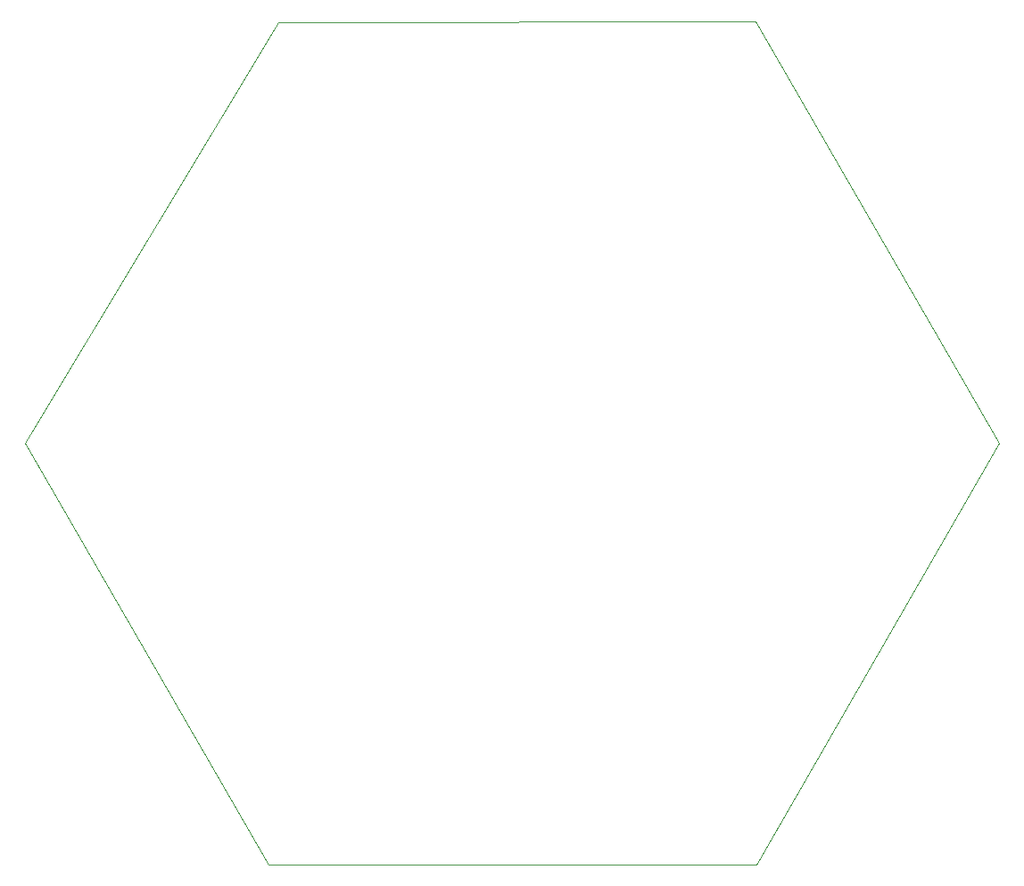
<source format=gbr>
%TF.GenerationSoftware,KiCad,Pcbnew,7.0.10-7.0.10~ubuntu22.04.1*%
%TF.CreationDate,2025-04-20T11:35:09+07:00*%
%TF.ProjectId,Catancenter,43617461-6e63-4656-9e74-65722e6b6963,rev?*%
%TF.SameCoordinates,Original*%
%TF.FileFunction,Profile,NP*%
%FSLAX46Y46*%
G04 Gerber Fmt 4.6, Leading zero omitted, Abs format (unit mm)*
G04 Created by KiCad (PCBNEW 7.0.10-7.0.10~ubuntu22.04.1) date 2025-04-20 11:35:09*
%MOMM*%
%LPD*%
G01*
G04 APERTURE LIST*
%TA.AperFunction,Profile*%
%ADD10C,0.100000*%
%TD*%
G04 APERTURE END LIST*
D10*
X107156857Y-117435808D02*
X130254408Y-77403356D01*
X37753039Y-77373216D02*
X60866454Y-117434127D01*
X107142163Y-37340541D02*
X130254408Y-77403356D01*
X60866454Y-117434127D02*
X107156857Y-117435808D01*
X61821228Y-37414843D02*
X37753039Y-77373216D01*
X61821228Y-37414843D02*
X107142163Y-37340541D01*
M02*

</source>
